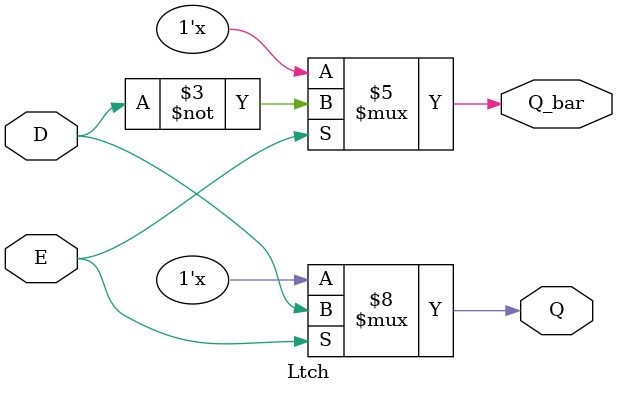
<source format=sv>
`timescale 1ns / 1ps

module Ltch(
    input D,
    input E,
    output Q,
    output Q_bar
    );
    
reg Q, Q_bar;
always @ (E, D)
// E & D are the sensitivity list
// Always declares that you can use boolean logic on the values in
// paranthesis. If a change (event) happened in E or D, the code under 
// always will be executed, otherwise the code will not work.
begin
// the 1'b specifies that the following value is 1 bit.
// The value of that bit is 1
if (E == 1'b1)
begin
Q = D;
Q_bar = ~D;
end
else
begin
Q = Q;
end
end
endmodule

</source>
